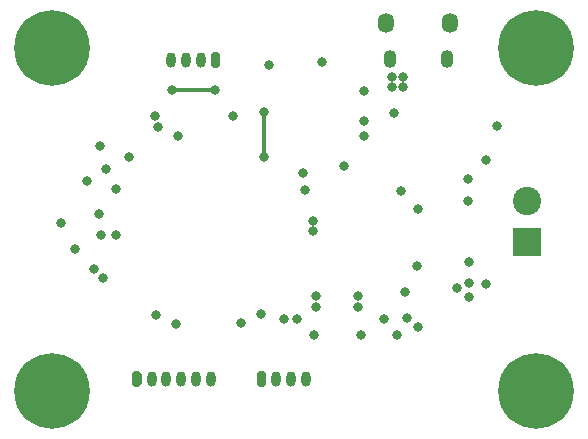
<source format=gbr>
%TF.GenerationSoftware,KiCad,Pcbnew,(5.1.10)-1*%
%TF.CreationDate,2021-06-24T14:57:30-07:00*%
%TF.ProjectId,stm32l476rg,73746d33-326c-4343-9736-72672e6b6963,rev?*%
%TF.SameCoordinates,Original*%
%TF.FileFunction,Copper,L4,Bot*%
%TF.FilePolarity,Positive*%
%FSLAX46Y46*%
G04 Gerber Fmt 4.6, Leading zero omitted, Abs format (unit mm)*
G04 Created by KiCad (PCBNEW (5.1.10)-1) date 2021-06-24 14:57:30*
%MOMM*%
%LPD*%
G01*
G04 APERTURE LIST*
%TA.AperFunction,ComponentPad*%
%ADD10O,1.100000X1.500000*%
%TD*%
%TA.AperFunction,ComponentPad*%
%ADD11O,1.350000X1.700000*%
%TD*%
%TA.AperFunction,ComponentPad*%
%ADD12C,0.800000*%
%TD*%
%TA.AperFunction,ComponentPad*%
%ADD13C,6.400000*%
%TD*%
%TA.AperFunction,ComponentPad*%
%ADD14O,0.800000X1.300000*%
%TD*%
%TA.AperFunction,ComponentPad*%
%ADD15R,2.400000X2.400000*%
%TD*%
%TA.AperFunction,ComponentPad*%
%ADD16C,2.400000*%
%TD*%
%TA.AperFunction,ViaPad*%
%ADD17C,0.800000*%
%TD*%
%TA.AperFunction,Conductor*%
%ADD18C,0.300000*%
%TD*%
G04 APERTURE END LIST*
D10*
%TO.P,J5,6*%
%TO.N,Net-(J5-Pad6)*%
X142445000Y-108885000D03*
X137605000Y-108885000D03*
D11*
X142755000Y-105885000D03*
X137295000Y-105885000D03*
%TD*%
D12*
%TO.P,H1,1*%
%TO.N,GND*%
X110697056Y-106302944D03*
X109000000Y-105600000D03*
X107302944Y-106302944D03*
X106600000Y-108000000D03*
X107302944Y-109697056D03*
X109000000Y-110400000D03*
X110697056Y-109697056D03*
X111400000Y-108000000D03*
D13*
X109000000Y-108000000D03*
%TD*%
D12*
%TO.P,H2,1*%
%TO.N,GND*%
X151697056Y-106302944D03*
X150000000Y-105600000D03*
X148302944Y-106302944D03*
X147600000Y-108000000D03*
X148302944Y-109697056D03*
X150000000Y-110400000D03*
X151697056Y-109697056D03*
X152400000Y-108000000D03*
D13*
X150000000Y-108000000D03*
%TD*%
%TO.P,H3,1*%
%TO.N,GND*%
X109000000Y-137000000D03*
D12*
X111400000Y-137000000D03*
X110697056Y-138697056D03*
X109000000Y-139400000D03*
X107302944Y-138697056D03*
X106600000Y-137000000D03*
X107302944Y-135302944D03*
X109000000Y-134600000D03*
X110697056Y-135302944D03*
%TD*%
%TO.P,H4,1*%
%TO.N,GND*%
X151697056Y-135302944D03*
X150000000Y-134600000D03*
X148302944Y-135302944D03*
X147600000Y-137000000D03*
X148302944Y-138697056D03*
X150000000Y-139400000D03*
X151697056Y-138697056D03*
X152400000Y-137000000D03*
D13*
X150000000Y-137000000D03*
%TD*%
D14*
%TO.P,J1,4*%
%TO.N,GND*%
X130500000Y-136000000D03*
%TO.P,J1,3*%
%TO.N,UART3_RX*%
X129250000Y-136000000D03*
%TO.P,J1,2*%
%TO.N,UART3_TX*%
X128000000Y-136000000D03*
%TO.P,J1,1*%
%TO.N,+3V3*%
%TA.AperFunction,ComponentPad*%
G36*
G01*
X126350000Y-136450000D02*
X126350000Y-135550000D01*
G75*
G02*
X126550000Y-135350000I200000J0D01*
G01*
X126950000Y-135350000D01*
G75*
G02*
X127150000Y-135550000I0J-200000D01*
G01*
X127150000Y-136450000D01*
G75*
G02*
X126950000Y-136650000I-200000J0D01*
G01*
X126550000Y-136650000D01*
G75*
G02*
X126350000Y-136450000I0J200000D01*
G01*
G37*
%TD.AperFunction*%
%TD*%
%TO.P,J2,1*%
%TO.N,+3V3*%
%TA.AperFunction,ComponentPad*%
G36*
G01*
X123275000Y-108550000D02*
X123275000Y-109450000D01*
G75*
G02*
X123075000Y-109650000I-200000J0D01*
G01*
X122675000Y-109650000D01*
G75*
G02*
X122475000Y-109450000I0J200000D01*
G01*
X122475000Y-108550000D01*
G75*
G02*
X122675000Y-108350000I200000J0D01*
G01*
X123075000Y-108350000D01*
G75*
G02*
X123275000Y-108550000I0J-200000D01*
G01*
G37*
%TD.AperFunction*%
%TO.P,J2,2*%
%TO.N,I2C1_SCL*%
X121625000Y-109000000D03*
%TO.P,J2,3*%
%TO.N,I2C1_SDA*%
X120375000Y-109000000D03*
%TO.P,J2,4*%
%TO.N,GND*%
X119125000Y-109000000D03*
%TD*%
%TO.P,J3,1*%
%TO.N,+3V3*%
%TA.AperFunction,ComponentPad*%
G36*
G01*
X115800000Y-136450000D02*
X115800000Y-135550000D01*
G75*
G02*
X116000000Y-135350000I200000J0D01*
G01*
X116400000Y-135350000D01*
G75*
G02*
X116600000Y-135550000I0J-200000D01*
G01*
X116600000Y-136450000D01*
G75*
G02*
X116400000Y-136650000I-200000J0D01*
G01*
X116000000Y-136650000D01*
G75*
G02*
X115800000Y-136450000I0J200000D01*
G01*
G37*
%TD.AperFunction*%
%TO.P,J3,2*%
%TO.N,SPI1_CS1*%
X117450000Y-136000000D03*
%TO.P,J3,3*%
%TO.N,SPI1_SCK*%
X118700000Y-136000000D03*
%TO.P,J3,4*%
%TO.N,SPI1_MISO*%
X119950000Y-136000000D03*
%TO.P,J3,5*%
%TO.N,SPI1_MOSI*%
X121200000Y-136000000D03*
%TO.P,J3,6*%
%TO.N,GND*%
X122450000Y-136000000D03*
%TD*%
D15*
%TO.P,J6,1*%
%TO.N,+9V*%
X149250000Y-124400000D03*
D16*
%TO.P,J6,2*%
%TO.N,GND*%
X149250000Y-120900000D03*
%TD*%
D17*
%TO.N,GND*%
X135400000Y-111660000D03*
X135400000Y-114200000D03*
X135400000Y-115470000D03*
%TO.N,+3V3*%
X133750000Y-117950000D03*
X131900000Y-109200000D03*
%TO.N,GND*%
X145800000Y-128000000D03*
X145800000Y-117500000D03*
X111000000Y-125000000D03*
X112000000Y-119200000D03*
X113600000Y-118200000D03*
X113100000Y-116300000D03*
X127400000Y-109400000D03*
X113200000Y-123800000D03*
X114400000Y-123800000D03*
X117800000Y-130600000D03*
X125000000Y-131300000D03*
X138700000Y-110400000D03*
X138700000Y-111300000D03*
X137800000Y-111300000D03*
X137800000Y-110400000D03*
X131100000Y-122600000D03*
X131100000Y-123500000D03*
X138600000Y-120100000D03*
X140000000Y-121600000D03*
X144200000Y-119100000D03*
X144300000Y-127900000D03*
X143300000Y-128300000D03*
X144200000Y-120900000D03*
X144300000Y-126100000D03*
X144300000Y-129100000D03*
X128700000Y-130900000D03*
X129800000Y-130900000D03*
X137100000Y-130900000D03*
X138200000Y-132300000D03*
X139900000Y-126400000D03*
X138900000Y-128600000D03*
X113000000Y-122000000D03*
X109800000Y-122800000D03*
X119700000Y-115400000D03*
X138000000Y-113500000D03*
X130400000Y-120000000D03*
%TO.N,+3V3*%
X146700000Y-114600000D03*
X139100000Y-130800000D03*
X140000000Y-131600000D03*
X135200000Y-132300000D03*
X131200000Y-132300000D03*
X134900000Y-129000000D03*
X134900000Y-129900000D03*
X131400000Y-129000000D03*
X131400000Y-129900000D03*
X113325000Y-127450000D03*
X112600000Y-126700000D03*
X115575000Y-117200000D03*
X117700000Y-113700000D03*
X124300000Y-113700000D03*
X119500000Y-131350000D03*
X126700000Y-130500000D03*
X114425000Y-119900000D03*
X118025000Y-114675000D03*
X130300000Y-118600000D03*
%TO.N,NRST*%
X126942831Y-117192831D03*
X126950000Y-113400000D03*
%TO.N,BOOT0*%
X119200000Y-111500000D03*
X122800000Y-111500000D03*
%TD*%
D18*
%TO.N,NRST*%
X126942831Y-113407169D02*
X126950000Y-113400000D01*
X126942831Y-117192831D02*
X126942831Y-113407169D01*
%TO.N,BOOT0*%
X119200000Y-111500000D02*
X122800000Y-111500000D01*
%TD*%
M02*

</source>
